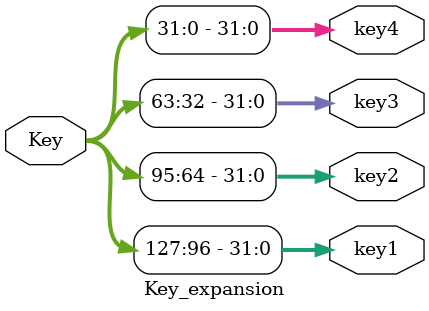
<source format=v>
module Key_expansion (
    input  [127:0] Key,
    output [31:0]  key1,
    output [31:0]  key2,
    output [31:0]  key3,
    output [31:0]  key4
);
    assign key1 = Key[127:96];
    assign key2 = Key[95:64];
    assign key3 = Key[63:32];
    assign key4 = Key[31:0];
endmodule

</source>
